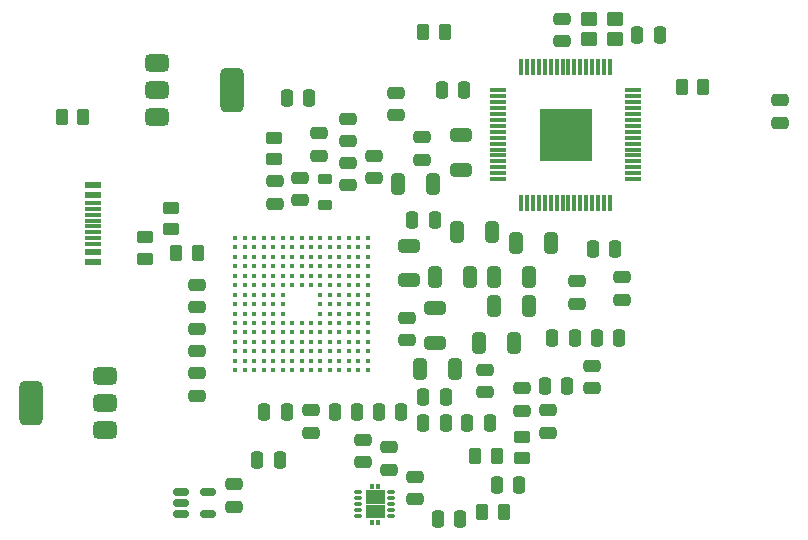
<source format=gtp>
%TF.GenerationSoftware,KiCad,Pcbnew,9.0.4*%
%TF.CreationDate,2025-11-15T14:23:55+05:30*%
%TF.ProjectId,High Speed Ethernet Interface,48696768-2053-4706-9565-642045746865,rev?*%
%TF.SameCoordinates,Original*%
%TF.FileFunction,Paste,Top*%
%TF.FilePolarity,Positive*%
%FSLAX46Y46*%
G04 Gerber Fmt 4.6, Leading zero omitted, Abs format (unit mm)*
G04 Created by KiCad (PCBNEW 9.0.4) date 2025-11-15 14:23:55*
%MOMM*%
%LPD*%
G01*
G04 APERTURE LIST*
G04 Aperture macros list*
%AMRoundRect*
0 Rectangle with rounded corners*
0 $1 Rounding radius*
0 $2 $3 $4 $5 $6 $7 $8 $9 X,Y pos of 4 corners*
0 Add a 4 corners polygon primitive as box body*
4,1,4,$2,$3,$4,$5,$6,$7,$8,$9,$2,$3,0*
0 Add four circle primitives for the rounded corners*
1,1,$1+$1,$2,$3*
1,1,$1+$1,$4,$5*
1,1,$1+$1,$6,$7*
1,1,$1+$1,$8,$9*
0 Add four rect primitives between the rounded corners*
20,1,$1+$1,$2,$3,$4,$5,0*
20,1,$1+$1,$4,$5,$6,$7,0*
20,1,$1+$1,$6,$7,$8,$9,0*
20,1,$1+$1,$8,$9,$2,$3,0*%
G04 Aperture macros list end*
%ADD10C,0.010000*%
%ADD11RoundRect,0.375000X0.625000X0.375000X-0.625000X0.375000X-0.625000X-0.375000X0.625000X-0.375000X0*%
%ADD12RoundRect,0.500000X0.500000X1.400000X-0.500000X1.400000X-0.500000X-1.400000X0.500000X-1.400000X0*%
%ADD13RoundRect,0.250000X0.475000X-0.250000X0.475000X0.250000X-0.475000X0.250000X-0.475000X-0.250000X0*%
%ADD14RoundRect,0.250000X0.325000X0.650000X-0.325000X0.650000X-0.325000X-0.650000X0.325000X-0.650000X0*%
%ADD15RoundRect,0.250000X-0.250000X-0.475000X0.250000X-0.475000X0.250000X0.475000X-0.250000X0.475000X0*%
%ADD16RoundRect,0.250000X0.650000X-0.325000X0.650000X0.325000X-0.650000X0.325000X-0.650000X-0.325000X0*%
%ADD17RoundRect,0.250000X0.450000X-0.262500X0.450000X0.262500X-0.450000X0.262500X-0.450000X-0.262500X0*%
%ADD18RoundRect,0.250000X0.250000X0.475000X-0.250000X0.475000X-0.250000X-0.475000X0.250000X-0.475000X0*%
%ADD19RoundRect,0.250000X0.262500X0.450000X-0.262500X0.450000X-0.262500X-0.450000X0.262500X-0.450000X0*%
%ADD20RoundRect,0.250000X-0.262500X-0.450000X0.262500X-0.450000X0.262500X0.450000X-0.262500X0.450000X0*%
%ADD21R,1.450000X0.600000*%
%ADD22R,1.450000X0.300000*%
%ADD23RoundRect,0.250000X-0.475000X0.250000X-0.475000X-0.250000X0.475000X-0.250000X0.475000X0.250000X0*%
%ADD24C,0.370000*%
%ADD25RoundRect,0.250000X-0.450000X-0.350000X0.450000X-0.350000X0.450000X0.350000X-0.450000X0.350000X0*%
%ADD26RoundRect,0.375000X-0.625000X-0.375000X0.625000X-0.375000X0.625000X0.375000X-0.625000X0.375000X0*%
%ADD27RoundRect,0.500000X-0.500000X-1.400000X0.500000X-1.400000X0.500000X1.400000X-0.500000X1.400000X0*%
%ADD28RoundRect,0.250000X-0.650000X0.325000X-0.650000X-0.325000X0.650000X-0.325000X0.650000X0.325000X0*%
%ADD29RoundRect,0.250000X-0.325000X-0.650000X0.325000X-0.650000X0.325000X0.650000X-0.325000X0.650000X0*%
%ADD30RoundRect,0.250000X-0.450000X0.262500X-0.450000X-0.262500X0.450000X-0.262500X0.450000X0.262500X0*%
%ADD31RoundRect,0.030000X-0.270000X-0.090000X0.270000X-0.090000X0.270000X0.090000X-0.270000X0.090000X0*%
%ADD32R,1.475000X0.300000*%
%ADD33R,0.300000X1.475000*%
%ADD34R,4.440000X4.440000*%
%ADD35RoundRect,0.218750X0.381250X-0.218750X0.381250X0.218750X-0.381250X0.218750X-0.381250X-0.218750X0*%
%ADD36RoundRect,0.150000X-0.512500X-0.150000X0.512500X-0.150000X0.512500X0.150000X-0.512500X0.150000X0*%
G04 APERTURE END LIST*
D10*
%TO.C,U3*%
X134350000Y-94900000D02*
X132850000Y-94900000D01*
X132850000Y-93840000D01*
X134350000Y-93840000D01*
X134350000Y-94900000D01*
G36*
X134350000Y-94900000D02*
G01*
X132850000Y-94900000D01*
X132850000Y-93840000D01*
X134350000Y-93840000D01*
X134350000Y-94900000D01*
G37*
X134350000Y-96160000D02*
X132850000Y-96160000D01*
X132850000Y-95100000D01*
X134350000Y-95100000D01*
X134350000Y-96160000D01*
G36*
X134350000Y-96160000D02*
G01*
X132850000Y-96160000D01*
X132850000Y-95100000D01*
X134350000Y-95100000D01*
X134350000Y-96160000D01*
G37*
X133475000Y-93640000D02*
X133225000Y-93640000D01*
X133225000Y-93300000D01*
X133475000Y-93300000D01*
X133475000Y-93640000D01*
G36*
X133475000Y-93640000D02*
G01*
X133225000Y-93640000D01*
X133225000Y-93300000D01*
X133475000Y-93300000D01*
X133475000Y-93640000D01*
G37*
X133475000Y-96700000D02*
X133225000Y-96700000D01*
X133225000Y-96360000D01*
X133475000Y-96360000D01*
X133475000Y-96700000D01*
G36*
X133475000Y-96700000D02*
G01*
X133225000Y-96700000D01*
X133225000Y-96360000D01*
X133475000Y-96360000D01*
X133475000Y-96700000D01*
G37*
X133975000Y-93640000D02*
X133725000Y-93640000D01*
X133725000Y-93300000D01*
X133975000Y-93300000D01*
X133975000Y-93640000D01*
G36*
X133975000Y-93640000D02*
G01*
X133725000Y-93640000D01*
X133725000Y-93300000D01*
X133975000Y-93300000D01*
X133975000Y-93640000D01*
G37*
X133975000Y-96700000D02*
X133725000Y-96700000D01*
X133725000Y-96360000D01*
X133975000Y-96360000D01*
X133975000Y-96700000D01*
G36*
X133975000Y-96700000D02*
G01*
X133725000Y-96700000D01*
X133725000Y-96360000D01*
X133975000Y-96360000D01*
X133975000Y-96700000D01*
G37*
%TD*%
D11*
%TO.C,U1*%
X110800000Y-88800000D03*
X110800000Y-86500000D03*
D12*
X104500000Y-86500000D03*
D11*
X110800000Y-84200000D03*
%TD*%
D13*
%TO.C,C13*%
X128868700Y-65548800D03*
X128868700Y-63648800D03*
%TD*%
D14*
%TO.C,C1*%
X148538700Y-72961300D03*
X145588700Y-72961300D03*
%TD*%
D15*
%TO.C,C33*%
X141451200Y-88131300D03*
X143351200Y-88131300D03*
%TD*%
D16*
%TO.C,C5*%
X138726200Y-81411300D03*
X138726200Y-78461300D03*
%TD*%
D15*
%TO.C,C37*%
X138951200Y-96256300D03*
X140851200Y-96256300D03*
%TD*%
D17*
%TO.C,R3*%
X125088700Y-65843800D03*
X125088700Y-64018800D03*
%TD*%
D13*
%TO.C,C8*%
X131368700Y-68048800D03*
X131368700Y-66148800D03*
%TD*%
D18*
%TO.C,C42*%
X141163700Y-60006300D03*
X139263700Y-60006300D03*
%TD*%
D19*
%TO.C,R5*%
X161418700Y-59723800D03*
X159593700Y-59723800D03*
%TD*%
D13*
%TO.C,C24*%
X125118700Y-69611300D03*
X125118700Y-67711300D03*
%TD*%
D16*
%TO.C,C27*%
X136538700Y-76098800D03*
X136538700Y-73148800D03*
%TD*%
D18*
%TO.C,C40*%
X150538700Y-80943800D03*
X148638700Y-80943800D03*
%TD*%
D20*
%TO.C,R4*%
X116781200Y-73786300D03*
X118606200Y-73786300D03*
%TD*%
D21*
%TO.C,J1*%
X109725000Y-68025000D03*
X109725000Y-68825000D03*
D22*
X109725000Y-70025000D03*
X109725000Y-71025000D03*
X109725000Y-71525000D03*
X109725000Y-72525000D03*
D21*
X109725000Y-73725000D03*
X109725000Y-74525000D03*
X109725000Y-74525000D03*
X109725000Y-73725000D03*
D22*
X109725000Y-73025000D03*
X109725000Y-72025000D03*
X109725000Y-70525000D03*
X109725000Y-69525000D03*
D21*
X109725000Y-68825000D03*
X109725000Y-68025000D03*
%TD*%
D13*
%TO.C,C21*%
X146056200Y-87111300D03*
X146056200Y-85211300D03*
%TD*%
%TO.C,C50*%
X151993700Y-85236300D03*
X151993700Y-83336300D03*
%TD*%
D15*
%TO.C,C16*%
X130201200Y-87193800D03*
X132101200Y-87193800D03*
%TD*%
D13*
%TO.C,C18*%
X118556200Y-82111300D03*
X118556200Y-80211300D03*
%TD*%
D23*
%TO.C,C14*%
X137618700Y-63961300D03*
X137618700Y-65861300D03*
%TD*%
D24*
%TO.C,IC2*%
X121800000Y-72500000D03*
X122600000Y-72500000D03*
X123400000Y-72500000D03*
X124200000Y-72500000D03*
X125000000Y-72500000D03*
X125800000Y-72500000D03*
X126600000Y-72500000D03*
X127400000Y-72500000D03*
X128200000Y-72500000D03*
X129000000Y-72500000D03*
X129800000Y-72500000D03*
X130600000Y-72500000D03*
X131400000Y-72500000D03*
X132200000Y-72500000D03*
X133000000Y-72500000D03*
X121800000Y-73300000D03*
X122600000Y-73300000D03*
X123400000Y-73300000D03*
X124200000Y-73300000D03*
X125000000Y-73300000D03*
X125800000Y-73300000D03*
X126600000Y-73300000D03*
X127400000Y-73300000D03*
X128200000Y-73300000D03*
X129000000Y-73300000D03*
X129800000Y-73300000D03*
X130600000Y-73300000D03*
X131400000Y-73300000D03*
X132200000Y-73300000D03*
X133000000Y-73300000D03*
X121800000Y-74100000D03*
X122600000Y-74100000D03*
X123400000Y-74100000D03*
X124200000Y-74100000D03*
X125000000Y-74100000D03*
X125800000Y-74100000D03*
X126600000Y-74100000D03*
X127400000Y-74100000D03*
X128200000Y-74100000D03*
X129000000Y-74100000D03*
X129800000Y-74100000D03*
X130600000Y-74100000D03*
X131400000Y-74100000D03*
X132200000Y-74100000D03*
X133000000Y-74100000D03*
X121800000Y-74900000D03*
X122600000Y-74900000D03*
X123400000Y-74900000D03*
X124200000Y-74900000D03*
X125000000Y-74900000D03*
X125800000Y-74900000D03*
X126600000Y-74900000D03*
X127400000Y-74900000D03*
X128200000Y-74900000D03*
X129000000Y-74900000D03*
X129800000Y-74900000D03*
X130600000Y-74900000D03*
X131400000Y-74900000D03*
X132200000Y-74900000D03*
X133000000Y-74900000D03*
X121800000Y-75700000D03*
X122600000Y-75700000D03*
X123400000Y-75700000D03*
X124200000Y-75700000D03*
X125000000Y-75700000D03*
X125800000Y-75700000D03*
X126600000Y-75700000D03*
X127400000Y-75700000D03*
X128200000Y-75700000D03*
X129000000Y-75700000D03*
X129800000Y-75700000D03*
X130600000Y-75700000D03*
X131400000Y-75700000D03*
X132200000Y-75700000D03*
X133000000Y-75700000D03*
X121800000Y-76500000D03*
X122600000Y-76500000D03*
X123400000Y-76500000D03*
X124200000Y-76500000D03*
X125000000Y-76500000D03*
X125800000Y-76500000D03*
X126600000Y-76500000D03*
X127400000Y-76500000D03*
X128200000Y-76500000D03*
X129000000Y-76500000D03*
X129800000Y-76500000D03*
X130600000Y-76500000D03*
X131400000Y-76500000D03*
X132200000Y-76500000D03*
X133000000Y-76500000D03*
X121800000Y-77300000D03*
X122600000Y-77300000D03*
X123400000Y-77300000D03*
X124200000Y-77300000D03*
X125000000Y-77300000D03*
X125800000Y-77300000D03*
X129000000Y-77300000D03*
X129800000Y-77300000D03*
X130600000Y-77300000D03*
X131400000Y-77300000D03*
X132200000Y-77300000D03*
X133000000Y-77300000D03*
X121800000Y-78100000D03*
X122600000Y-78100000D03*
X123400000Y-78100000D03*
X124200000Y-78100000D03*
X125000000Y-78100000D03*
X125800000Y-78100000D03*
X129000000Y-78100000D03*
X129800000Y-78100000D03*
X130600000Y-78100000D03*
X131400000Y-78100000D03*
X132200000Y-78100000D03*
X133000000Y-78100000D03*
X121800000Y-78900000D03*
X122600000Y-78900000D03*
X123400000Y-78900000D03*
X124200000Y-78900000D03*
X125000000Y-78900000D03*
X125800000Y-78900000D03*
X129000000Y-78900000D03*
X129800000Y-78900000D03*
X130600000Y-78900000D03*
X131400000Y-78900000D03*
X132200000Y-78900000D03*
X133000000Y-78900000D03*
X121800000Y-79700000D03*
X122600000Y-79700000D03*
X123400000Y-79700000D03*
X124200000Y-79700000D03*
X125000000Y-79700000D03*
X125800000Y-79700000D03*
X126600000Y-79700000D03*
X127400000Y-79700000D03*
X128200000Y-79700000D03*
X129000000Y-79700000D03*
X129800000Y-79700000D03*
X130600000Y-79700000D03*
X131400000Y-79700000D03*
X132200000Y-79700000D03*
X133000000Y-79700000D03*
X121800000Y-80500000D03*
X122600000Y-80500000D03*
X123400000Y-80500000D03*
X124200000Y-80500000D03*
X125000000Y-80500000D03*
X125800000Y-80500000D03*
X126600000Y-80500000D03*
X127400000Y-80500000D03*
X128200000Y-80500000D03*
X129000000Y-80500000D03*
X129800000Y-80500000D03*
X130600000Y-80500000D03*
X131400000Y-80500000D03*
X132200000Y-80500000D03*
X133000000Y-80500000D03*
X121800000Y-81300000D03*
X122600000Y-81300000D03*
X123400000Y-81300000D03*
X124200000Y-81300000D03*
X125000000Y-81300000D03*
X125800000Y-81300000D03*
X126600000Y-81300000D03*
X127400000Y-81300000D03*
X128200000Y-81300000D03*
X129000000Y-81300000D03*
X129800000Y-81300000D03*
X130600000Y-81300000D03*
X131400000Y-81300000D03*
X132200000Y-81300000D03*
X133000000Y-81300000D03*
X121800000Y-82100000D03*
X122600000Y-82100000D03*
X123400000Y-82100000D03*
X124200000Y-82100000D03*
X125000000Y-82100000D03*
X125800000Y-82100000D03*
X126600000Y-82100000D03*
X127400000Y-82100000D03*
X128200000Y-82100000D03*
X129000000Y-82100000D03*
X129800000Y-82100000D03*
X130600000Y-82100000D03*
X131400000Y-82100000D03*
X132200000Y-82100000D03*
X133000000Y-82100000D03*
X121800000Y-82900000D03*
X122600000Y-82900000D03*
X123400000Y-82900000D03*
X124200000Y-82900000D03*
X125000000Y-82900000D03*
X125800000Y-82900000D03*
X126600000Y-82900000D03*
X127400000Y-82900000D03*
X128200000Y-82900000D03*
X129000000Y-82900000D03*
X129800000Y-82900000D03*
X130600000Y-82900000D03*
X131400000Y-82900000D03*
X132200000Y-82900000D03*
X133000000Y-82900000D03*
X121800000Y-83700000D03*
X122600000Y-83700000D03*
X123400000Y-83700000D03*
X124200000Y-83700000D03*
X125000000Y-83700000D03*
X125800000Y-83700000D03*
X126600000Y-83700000D03*
X127400000Y-83700000D03*
X128200000Y-83700000D03*
X129000000Y-83700000D03*
X129800000Y-83700000D03*
X130600000Y-83700000D03*
X131400000Y-83700000D03*
X132200000Y-83700000D03*
X133000000Y-83700000D03*
%TD*%
D25*
%TO.C,Y1*%
X151708066Y-55691354D03*
X153908066Y-55691354D03*
X153908066Y-53991354D03*
X151708066Y-53991354D03*
%TD*%
D18*
%TO.C,C15*%
X135851200Y-87193800D03*
X133951200Y-87193800D03*
%TD*%
D26*
%TO.C,U4*%
X115200000Y-57700000D03*
X115200000Y-60000000D03*
D27*
X121500000Y-60000000D03*
D26*
X115200000Y-62300000D03*
%TD*%
D13*
%TO.C,C47*%
X142931200Y-85548800D03*
X142931200Y-83648800D03*
%TD*%
D28*
%TO.C,C39*%
X140913700Y-63773800D03*
X140913700Y-66723800D03*
%TD*%
D13*
%TO.C,C36*%
X134806200Y-92111300D03*
X134806200Y-90211300D03*
%TD*%
D29*
%TO.C,C3*%
X140588700Y-72023800D03*
X143538700Y-72023800D03*
%TD*%
D17*
%TO.C,R6*%
X146026200Y-91156300D03*
X146026200Y-89331300D03*
%TD*%
D14*
%TO.C,C29*%
X146663700Y-78273800D03*
X143713700Y-78273800D03*
%TD*%
D30*
%TO.C,R1*%
X116338700Y-69956300D03*
X116338700Y-71781300D03*
%TD*%
D13*
%TO.C,C28*%
X131368700Y-64298800D03*
X131368700Y-62398800D03*
%TD*%
D29*
%TO.C,C26*%
X138713700Y-75773800D03*
X141663700Y-75773800D03*
%TD*%
D31*
%TO.C,U3*%
X132200000Y-94000000D03*
X132200000Y-94500000D03*
X132200000Y-95000000D03*
X132200000Y-95500000D03*
X132200000Y-96000000D03*
X135000000Y-96000000D03*
X135000000Y-95500000D03*
X135000000Y-95000000D03*
X135000000Y-94500000D03*
X135000000Y-94000000D03*
%TD*%
D20*
%TO.C,R8*%
X142718700Y-95661300D03*
X144543700Y-95661300D03*
%TD*%
D29*
%TO.C,C38*%
X135588700Y-67961300D03*
X138538700Y-67961300D03*
%TD*%
%TO.C,C32*%
X143713700Y-75773800D03*
X146663700Y-75773800D03*
%TD*%
D15*
%TO.C,C9*%
X152388700Y-80943800D03*
X154288700Y-80943800D03*
%TD*%
D13*
%TO.C,C25*%
X118556200Y-85861300D03*
X118556200Y-83961300D03*
%TD*%
D30*
%TO.C,R2*%
X114151200Y-72456300D03*
X114151200Y-74281300D03*
%TD*%
D13*
%TO.C,C4*%
X136368700Y-81173800D03*
X136368700Y-79273800D03*
%TD*%
D15*
%TO.C,C17*%
X124263700Y-87193800D03*
X126163700Y-87193800D03*
%TD*%
D20*
%TO.C,R7*%
X142093700Y-90973800D03*
X143918700Y-90973800D03*
%TD*%
D15*
%TO.C,C45*%
X123638700Y-91256300D03*
X125538700Y-91256300D03*
%TD*%
D13*
%TO.C,C10*%
X154493700Y-77736300D03*
X154493700Y-75836300D03*
%TD*%
%TO.C,C48*%
X148243700Y-88986300D03*
X148243700Y-87086300D03*
%TD*%
%TO.C,C35*%
X136993700Y-94611300D03*
X136993700Y-92711300D03*
%TD*%
%TO.C,C41*%
X150743700Y-78048800D03*
X150743700Y-76148800D03*
%TD*%
D15*
%TO.C,C30*%
X143951200Y-93443800D03*
X145851200Y-93443800D03*
%TD*%
D14*
%TO.C,C34*%
X145413700Y-81398800D03*
X142463700Y-81398800D03*
%TD*%
D19*
%TO.C,R9*%
X108918700Y-62223800D03*
X107093700Y-62223800D03*
%TD*%
D15*
%TO.C,C51*%
X155826200Y-55318800D03*
X157726200Y-55318800D03*
%TD*%
D32*
%TO.C,IC1*%
X155488000Y-67512000D03*
X155488000Y-67012000D03*
X155488000Y-66512000D03*
X155488000Y-66012000D03*
X155488000Y-65512000D03*
X155488000Y-65012000D03*
X155488000Y-64512000D03*
X155488000Y-64012000D03*
X155488000Y-63512000D03*
X155488000Y-63012000D03*
X155488000Y-62512000D03*
X155488000Y-62012000D03*
X155488000Y-61512000D03*
X155488000Y-61012000D03*
X155488000Y-60512000D03*
X155488000Y-60012000D03*
D33*
X153500000Y-58024000D03*
X153000000Y-58024000D03*
X152500000Y-58024000D03*
X152000000Y-58024000D03*
X151500000Y-58024000D03*
X151000000Y-58024000D03*
X150500000Y-58024000D03*
X150000000Y-58024000D03*
X149500000Y-58024000D03*
X149000000Y-58024000D03*
X148500000Y-58024000D03*
X148000000Y-58024000D03*
X147500000Y-58024000D03*
X147000000Y-58024000D03*
X146500000Y-58024000D03*
X146000000Y-58024000D03*
D32*
X144012000Y-60012000D03*
X144012000Y-60512000D03*
X144012000Y-61012000D03*
X144012000Y-61512000D03*
X144012000Y-62012000D03*
X144012000Y-62512000D03*
X144012000Y-63012000D03*
X144012000Y-63512000D03*
X144012000Y-64012000D03*
X144012000Y-64512000D03*
X144012000Y-65012000D03*
X144012000Y-65512000D03*
X144012000Y-66012000D03*
X144012000Y-66512000D03*
X144012000Y-67012000D03*
X144012000Y-67512000D03*
D33*
X146000000Y-69500000D03*
X146500000Y-69500000D03*
X147000000Y-69500000D03*
X147500000Y-69500000D03*
X148000000Y-69500000D03*
X148500000Y-69500000D03*
X149000000Y-69500000D03*
X149500000Y-69500000D03*
X150000000Y-69500000D03*
X150500000Y-69500000D03*
X151000000Y-69500000D03*
X151500000Y-69500000D03*
X152000000Y-69500000D03*
X152500000Y-69500000D03*
X153000000Y-69500000D03*
X153500000Y-69500000D03*
D34*
X149750000Y-63762000D03*
%TD*%
D35*
%TO.C,FB1*%
X129363700Y-69673800D03*
X129363700Y-67548800D03*
%TD*%
D29*
%TO.C,C2*%
X137463700Y-83586300D03*
X140413700Y-83586300D03*
%TD*%
D23*
%TO.C,C12*%
X133556200Y-65523800D03*
X133556200Y-67423800D03*
%TD*%
D13*
%TO.C,C23*%
X128243700Y-88986300D03*
X128243700Y-87086300D03*
%TD*%
D18*
%TO.C,C22*%
X153976200Y-73443800D03*
X152076200Y-73443800D03*
%TD*%
D15*
%TO.C,C6*%
X136763700Y-70943800D03*
X138663700Y-70943800D03*
%TD*%
D13*
%TO.C,C46*%
X121681200Y-95236300D03*
X121681200Y-93336300D03*
%TD*%
%TO.C,C11*%
X118556200Y-78361300D03*
X118556200Y-76461300D03*
%TD*%
D20*
%TO.C,R10*%
X137718700Y-55036300D03*
X139543700Y-55036300D03*
%TD*%
D15*
%TO.C,C20*%
X137701200Y-88131300D03*
X139601200Y-88131300D03*
%TD*%
D36*
%TO.C,U2*%
X117225000Y-94000000D03*
X117225000Y-94950000D03*
X117225000Y-95900000D03*
X119500000Y-95900000D03*
X119500000Y-94000000D03*
%TD*%
D13*
%TO.C,C31*%
X132618700Y-91486300D03*
X132618700Y-89586300D03*
%TD*%
D23*
%TO.C,C43*%
X135431200Y-60211300D03*
X135431200Y-62111300D03*
%TD*%
%TO.C,C7*%
X127306200Y-67398800D03*
X127306200Y-69298800D03*
%TD*%
D13*
%TO.C,C52*%
X149493700Y-55861300D03*
X149493700Y-53961300D03*
%TD*%
D15*
%TO.C,C44*%
X126138700Y-60631300D03*
X128038700Y-60631300D03*
%TD*%
%TO.C,C49*%
X148013700Y-85006300D03*
X149913700Y-85006300D03*
%TD*%
D13*
%TO.C,C53*%
X167931200Y-62736300D03*
X167931200Y-60836300D03*
%TD*%
D15*
%TO.C,C19*%
X137701200Y-85943800D03*
X139601200Y-85943800D03*
%TD*%
M02*

</source>
